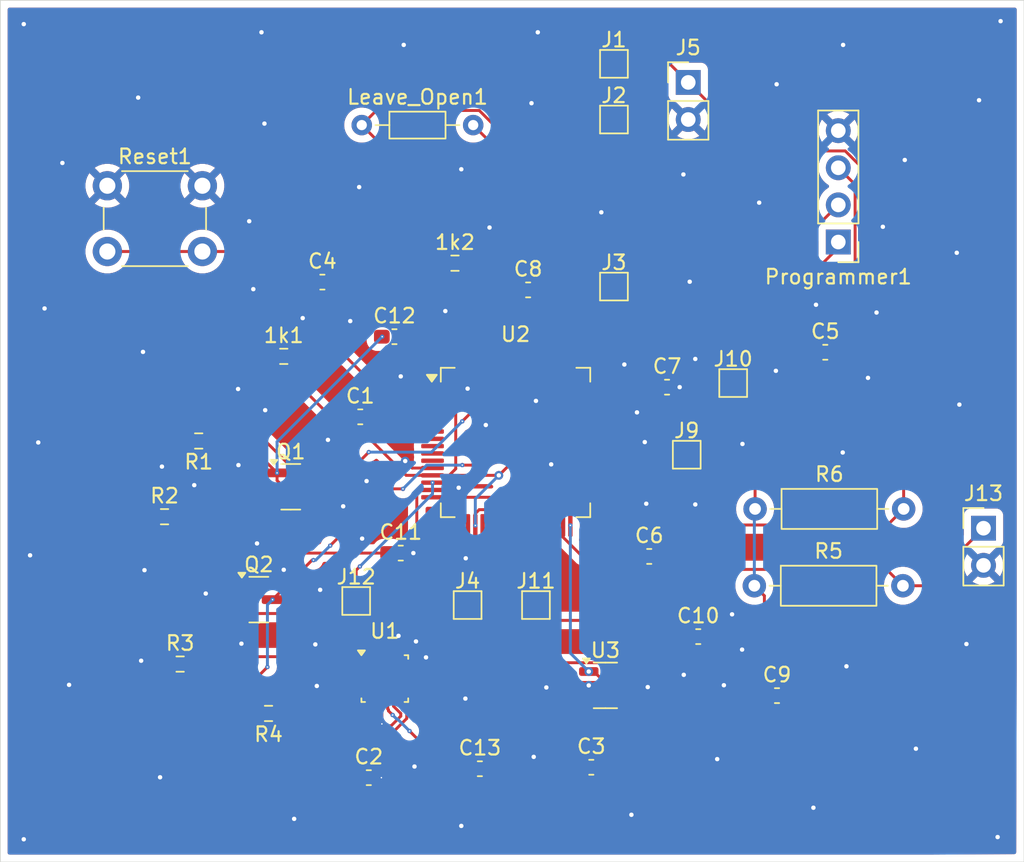
<source format=kicad_pcb>
(kicad_pcb (version 20241229) (generator "pcbnew") (generator_version "9.0")
  (layers (0 "F.Cu" signal) (2 "B.Cu" signal) (13 "F.Paste" user) (15 "B.Paste" user) (5 "F.SilkS" user "F.Silkscreen") (7 "B.SilkS" user "B.Silkscreen") (1 "F.Mask" user) (3 "B.Mask" user) (25 "Edge.Cuts" user))
  (net 0 "")
  (net 1 "Net-(U2-NRST)")
  (net 2 "VCC")
  (net 3 "GND")
  (net 4 "Net-(U2-BOOT0)")
  (net 5 "Net-(U2-VCAP_1)")
  (net 6 "Net-(U2-VCAP_2)")
  (net 7 "/VLDO_OUT")
  (net 8 "Net-(U1-REGOUT)")
  (net 9 "/ADC_FLEX1")
  (net 10 "/ADC_FSR1")
  (net 11 "/DEBUG_1")
  (net 12 "/DEBUG_2")
  (net 13 "/DEBUG_3")
  (net 14 "/DEBUG_4")
  (net 15 "/SWCLK")
  (net 16 "/SWDIO")
  (net 17 "/SDA")
  (net 18 "/SDA_1.8V")
  (net 19 "/SCL_1.8V")
  (net 20 "/SCL")
  (footprint "Capacitor_SMD:C_0603_1608Metric_Pad1.08x0.95mm_HandSolder" (layer "F.Cu") (at 166.0906 120.6246)
    (property "Reference" "C13")
    (property "Value" "0.1uF")
  )
  (footprint "Capacitor_SMD:C_0603_1608Metric_Pad1.08x0.95mm_HandSolder" (layer "F.Cu") (at 160.2486 91.059)
    (property "Reference" "C12")
    (property "Value" "0.1uF")
  )
  (footprint "TestPoint:TestPoint_Pad_1.5x1.5mm" (layer "F.Cu") (at 180.2384 99.1362)
    (property "Reference" "J9")
    (property "Value" "Conn_01x01")
  )
  (footprint "Resistor_THT:R_Axial_DIN0207_L6.3mm_D2.5mm_P10.16mm_Horizontal" (layer "F.Cu") (at 184.912 102.8446)
    (property "Reference" "R6")
    (property "Value" "22k")
  )
  (footprint "Resistor_SMD:R_0603_1608Metric_Pad0.98x0.95mm_HandSolder" (layer "F.Cu") (at 146.8628 98.1964 180)
    (property "Reference" "R1")
    (property "Value" "4.7k")
  )
  (footprint "Connector_PinHeader_2.54mm:PinHeader_1x04_P2.54mm_Vertical" (layer "F.Cu") (at 190.6016 84.582 180)
    (property "Reference" "Programmer1")
    (property "Value" "Conn_01x04" (hide yes))
  )
  (footprint "Capacitor_SMD:C_0603_1608Metric_Pad1.08x0.95mm_HandSolder" (layer "F.Cu") (at 186.4106 115.6208)
    (property "Reference" "C9")
    (property "Value" "1 uF")
  )
  (footprint "Package_TO_SOT_SMD:SOT-23-5" (layer "F.Cu") (at 174.6758 114.9209)
    (property "Reference" "U3")
    (property "Value" "TLV70018_SOT23-5")
  )
  (footprint "Connector_PinHeader_2.54mm:PinHeader_1x02_P2.54mm_Vertical" (layer "F.Cu") (at 200.533 104.1654)
    (property "Reference" "J13")
    (property "Value" "Conn_01x02_Socket" (hide yes))
  )
  (footprint "Sensor_Motion:InvenSense_QFN-24_3x3mm_P0.4mm" (layer "F.Cu") (at 159.5896 114.4556)
    (property "Reference" "U1")
    (property "Value" "ICM-20948")
  )
  (footprint "Resistor_SMD:R_0603_1608Metric_Pad0.98x0.95mm_HandSolder" (layer "F.Cu") (at 151.638 116.84 180)
    (property "Reference" "R4")
    (property "Value" "4.7k")
  )
  (footprint "TestPoint:TestPoint_Pad_1.5x1.5mm" (layer "F.Cu") (at 175.26 72.39)
    (property "Reference" "J1")
    (property "Value" "FLEX pin1")
  )
  (footprint "Button_Switch_THT:SW_PUSH_6mm_H4.3mm" (layer "F.Cu") (at 140.6156 80.7318)
    (property "Reference" "Reset1")
    (property "Value" "SW_Push")
  )
  (footprint "Capacitor_SMD:C_0603_1608Metric_Pad1.08x0.95mm_HandSolder" (layer "F.Cu") (at 178.8922 94.5134)
    (property "Reference" "C7")
    (property "Value" "C")
  )
  (footprint "Capacitor_SMD:C_0603_1608Metric_Pad1.08x0.95mm_HandSolder" (layer "F.Cu") (at 169.3915 87.8586)
    (property "Reference" "C8")
    (property "Value" "C")
  )
  (footprint "Package_TO_SOT_SMD:SOT-23" (layer "F.Cu") (at 150.9753 109.0524)
    (property "Reference" "Q2")
    (property "Value" "BSS138")
  )
  (footprint "TestPoint:TestPoint_Pad_1.5x1.5mm" (layer "F.Cu") (at 183.4134 94.234)
    (property "Reference" "J10")
    (property "Value" "Conn_01x01")
  )
  (footprint "Connector_PinHeader_2.54mm:PinHeader_1x02_P2.54mm_Vertical" (layer "F.Cu") (at 180.34 73.66)
    (property "Reference" "J5")
    (property "Value" "Conn_01x02_Socket")
  )
  (footprint "Resistor_SMD:R_0603_1608Metric_Pad0.98x0.95mm_HandSolder" (layer "F.Cu") (at 144.526 103.378)
    (property "Reference" "R2")
    (property "Value" "4.7k")
  )
  (footprint "Resistor_SMD:R_0603_1608Metric_Pad0.98x0.95mm_HandSolder" (layer "F.Cu") (at 152.6794 92.4052)
    (property "Reference" "1k1")
    (property "Value" "R")
  )
  (footprint "Resistor_SMD:R_0603_1608Metric_Pad0.98x0.95mm_HandSolder" (layer "F.Cu") (at 164.3888 86.0298)
    (property "Reference" "1k2")
    (property "Value" "R")
  )
  (footprint "Resistor_SMD:R_0603_1608Metric_Pad0.98x0.95mm_HandSolder" (layer "F.Cu") (at 145.5928 113.4618)
    (property "Reference" "R3")
    (property "Value" "4.7k")
  )
  (footprint "Capacitor_SMD:C_0603_1608Metric_Pad1.08x0.95mm_HandSolder" (layer "F.Cu") (at 173.7106 120.523)
    (property "Reference" "C3")
    (property "Value" "C")
  )
  (footprint "Resistor_THT:R_Axial_DIN0204_L3.6mm_D1.6mm_P7.62mm_Horizontal" (layer "F.Cu") (at 158.0134 76.581)
    (property "Reference" "Leave_Open1")
    (property "Value" "R")
  )
  (footprint "Package_QFP:LQFP-64_10x10mm_P0.5mm" (layer "F.Cu") (at 168.529 98.298)
    (property "Reference" "U2")
    (property "Value" "STM32F405RGTx")
  )
  (footprint "Capacitor_SMD:C_0603_1608Metric_Pad1.08x0.95mm_HandSolder" (layer "F.Cu") (at 177.673 106.0958)
    (property "Reference" "C6")
    (property "Value" "C")
  )
  (footprint "Capacitor_SMD:C_0603_1608Metric_Pad1.08x0.95mm_HandSolder" (layer "F.Cu") (at 160.6804 105.8672)
    (property "Reference" "C11")
    (property "Value" "0.1uF")
  )
  (footprint "Capacitor_SMD:C_0603_1608Metric_Pad1.08x0.95mm_HandSolder" (layer "F.Cu") (at 189.7126 92.1258)
    (property "Reference" "C5")
    (property "Value" "C")
  )
  (footprint "Package_TO_SOT_SMD:SOT-23" (layer "F.Cu") (at 153.1597 101.3308)
    (property "Reference" "Q1")
    (property "Value" "BSS138")
  )
  (footprint "Capacitor_SMD:C_0603_1608Metric_Pad1.08x0.95mm_HandSolder" (layer "F.Cu") (at 158.4949 121.2342)
    (property "Reference" "C2")
    (property "Value" "C")
  )
  (footprint "TestPoint:TestPoint_Pad_1.5x1.5mm" (layer "F.Cu") (at 169.926 109.4232)
    (property "Reference" "J11")
    (property "Value" "Conn_01x01")
  )
  (footprint "TestPoint:TestPoint_Pad_1.5x1.5mm" (layer "F.Cu") (at 165.2524 109.4232)
    (property "Reference" "J4")
    (property "Value" "FSR pin1")
  )
  (footprint "Resistor_THT:R_Axial_DIN0207_L6.3mm_D2.5mm_P10.16mm_Horizontal" (layer "F.Cu") (at 184.8612 108.1024)
    (property "Reference" "R5")
    (property "Value" "47k")
  )
  (footprint "TestPoint:TestPoint_Pad_1.5x1.5mm" (layer "F.Cu") (at 175.26 87.63)
    (property "Reference" "J3")
    (property "Value" "FSR pin2")
  )
  (footprint "Capacitor_SMD:C_0603_1608Metric_Pad1.08x0.95mm_HandSolder" (layer "F.Cu") (at 157.9107 96.5454)
    (property "Reference" "C1")
    (property "Value" "C")
  )
  (footprint "TestPoint:TestPoint_Pad_1.5x1.5mm" (layer "F.Cu") (at 157.6324 109.1438)
    (property "Reference" "J12")
    (property "Value" "Conn_01x01")
  )
  (footprint "Capacitor_SMD:C_0603_1608Metric_Pad1.08x0.95mm_HandSolder" (layer "F.Cu") (at 181.0247 111.5822)
    (property "Reference" "C10")
    (property "Value" "1 uF")
  )
  (footprint "TestPoint:TestPoint_Pad_1.5x1.5mm" (layer "F.Cu") (at 175.26 76.2)
    (property "Reference" "J2")
    (property "Value" "FLEX pin2")
  )
  (footprint "Capacitor_SMD:C_0603_1608Metric_Pad1.08x0.95mm_HandSolder" (layer "F.Cu") (at 155.321 87.3252)
    (property "Reference" "C4")
    (property "Value" "C")
  )
  (gr_rect (start 133.2992 68.0466) (end 203.3016 127) (stroke (width 0.05)) (fill no) (layer "Edge.Cuts"))
  (segment (start 155.297 90.7001) (end 155.297 86.858066) (width 0.2) (layer "F.Cu") (net 1))
  (segment (start 155.297 86.858066) (end 153.670734 85.2318) (width 0.2) (layer "F.Cu") (net 1))
  (segment (start 153.670734 85.2318) (end 147.1156 85.2318) (width 0.2) (layer "F.Cu") (net 1))
  (segment (start 162.045176 97.548) (end 156.902376 92.4052) (width 0.2) (layer "F.Cu") (net 1))
  (segment (start 162.854 97.548) (end 162.045176 97.548) (width 0.2) (layer "F.Cu") (net 1))
  (segment (start 153.5919 92.4052) (end 155.297 90.7001) (width 0.2) (layer "F.Cu") (net 1))
  (segment (start 156.902376 92.4052) (end 153.5919 92.4052) (width 0.2) (layer "F.Cu") (net 1))
  (segment (start 147.1156 85.2318) (end 140.6156 85.2318) (width 0.2) (layer "F.Cu") (net 1))
  (segment (start 162.854 94.548) (end 164.779 92.623) (width 0.2) (layer "F.Cu") (net 2))
  (segment (start 164.4396 95.3262) (end 163.6614 94.548) (width 0.2) (layer "F.Cu") (net 2))
  (segment (start 171.3609 122.0102) (end 172.8481 120.523) (width 0.2) (layer "F.Cu") (net 2))
  (segment (start 162.854 100.548) (end 163.993 100.548) (width 0.2) (layer "F.Cu") (net 2))
  (segment (start 155.9071 96.5454) (end 151.7669 92.4052) (width 0.2) (layer "F.Cu") (net 2))
  (segment (start 166.046176 102.897) (end 165.779 103.164176) (width 0.2) (layer "F.Cu") (net 2))
  (segment (start 184.912 100.6094) (end 188.8501 96.6713) (width 0.2) (layer "F.Cu") (net 2))
  (segment (start 163.993 100.548) (end 164.4396 100.1014) (width 0.2) (layer "F.Cu") (net 2))
  (segment (start 157.0482 96.5454) (end 155.9071 96.5454) (width 0.2) (layer "F.Cu") (net 2))
  (segment (start 157.0482 96.5454) (end 161.0508 100.548) (width 0.2) (layer "F.Cu") (net 2))
  (segment (start 173.892768 113.9709) (end 174.5018 114.579932) (width 0.2) (layer "F.Cu") (net 2))
  (segment (start 161.0508 100.548) (end 162.854 100.548) (width 0.2) (layer "F.Cu") (net 2))
  (segment (start 185.5481 115.6208) (end 185.5481 108.7893) (width 0.2) (layer "F.Cu") (net 2))
  (segment (start 157.6324 121.2342) (end 158.4084 122.0102) (width 0.2) (layer "F.Cu") (net 2))
  (segment (start 174.1393 116.4719) (end 184.697 116.4719) (width 0.2) (layer "F.Cu") (net 2))
  (segment (start 191.7526 89.2233) (end 191.7526 80.653001) (width 0.2) (layer "F.Cu") (net 2))
  (segment (start 167.395176 100.548) (end 167.386 100.548) (width 0.2) (layer "F.Cu") (net 2))
  (segment (start 153.2382 116.84) (end 157.6324 121.2342) (width 0.2) (layer "F.Cu") (net 2))
  (segment (start 172.279 103.164176) (end 172.011824 102.897) (width 0.2) (layer "F.Cu") (net 2))
  (segment (start 174.204 94.548) (end 173.395176 94.548) (width 0.2) (layer "F.Cu") (net 2))
  (segment (start 164.779 92.623) (end 164.779 91.6086) (width 0.2) (layer "F.Cu") (net 2))
  (segment (start 151.7669 90.0168) (end 154.4585 87.3252) (width 0.2) (layer "F.Cu") (net 2))
  (segment (start 168.529 87.8586) (end 168.529 79.4766) (width 0.2) (layer "F.Cu") (net 2))
  (segment (start 185.5481 108.7893) (end 184.8612 108.1024) (width 0.2) (layer "F.Cu") (net 2))
  (segment (start 172.279 103.973) (end 172.279 103.164176) (width 0.2) (layer "F.Cu") (net 2))
  (segment (start 152.5505 116.84) (end 153.2382 116.84) (width 0.2) (layer "F.Cu") (net 2))
  (segment (start 184.697 116.4719) (end 185.5481 115.6208) (width 0.2) (layer "F.Cu") (net 2))
  (segment (start 184.912 102.8446) (end 184.912 100.6094) (width 0.2) (layer "F.Cu") (net 2))
  (segment (start 164.4396 100.1014) (end 164.4396 95.3262) (width 0.2) (layer "F.Cu") (net 2))
  (segment (start 149.3012 92.4052) (end 143.6135 98.0929) (width 0.2) (layer "F.Cu") (net 2))
  (segment (start 143.6135 98.0929) (end 143.6135 103.378) (width 0.2) (layer "F.Cu") (net 2))
  (segment (start 164.779 91.6086) (end 168.529 87.8586) (width 0.2) (layer "F.Cu") (net 2))
  (segment (start 172.011824 102.897) (end 166.046176 102.897) (width 0.2) (layer "F.Cu") (net 2))
  (segment (start 174.200799 115.8709) (end 173.5383 115.8709) (width 0.2) (layer "F.Cu") (net 2))
  (segment (start 174.5018 115.569899) (end 174.200799 115.8709) (width 0.2) (layer "F.Cu") (net 2))
  (segment (start 173.5383 113.9709) (end 173.892768 113.9709) (width 0.2) (layer "F.Cu") (net 2))
  (segment (start 172.8481 116.5611) (end 173.5383 115.8709) (width 0.2) (layer "F.Cu") (net 2))
  (segment (start 168.529 79.4766) (end 165.6334 76.581) (width 0.2) (layer "F.Cu") (net 2))
  (segment (start 174.5018 114.579932) (end 174.5018 115.569899) (width 0.2) (layer "F.Cu") (net 2))
  (segment (start 167.386 100.548) (end 162.854 100.548) (width 0.2) (layer "F.Cu") (net 2))
  (segment (start 151.7669 92.4052) (end 149.3012 92.4052) (width 0.2) (layer "F.Cu") (net 2))
  (segment (start 188.8501 96.6713) (end 188.8501 92.1258) (width 0.2) (layer "F.Cu") (net 2))
  (segment (start 188.8501 92.1258) (end 191.7526 89.2233) (width 0.2) (layer "F.Cu") (net 2))
  (segment (start 158.4084 122.0102) (end 171.3609 122.0102) (width 0.2) (layer "F.Cu") (net 2))
  (segment (start 173.395176 94.548) (end 167.395176 100.548) (width 0.2) (layer "F.Cu") (net 2))
  (segment (start 163.6614 94.548) (end 162.854 94.548) (width 0.2) (layer "F.Cu") (net 2))
  (segment (start 151.7669 92.4052) (end 151.7669 90.0168) (width 0.2) (layer "F.Cu") (net 2))
  (segment (start 165.779 103.164176) (end 165.779 103.973) (width 0.2) (layer "F.Cu") (net 2))
  (segment (start 173.5383 115.8709) (end 174.1393 116.4719) (width 0.2) (layer "F.Cu") (net 2))
  (segment (start 191.7526 80.653001) (end 190.6016 79.502001) (width 0.2) (layer "F.Cu") (net 2))
  (segment (start 172.8481 120.523) (end 172.8481 116.5611) (width 0.2) (layer "F.Cu") (net 2))
  (via (at 173.5383 113.9709) (size 0.6) (drill 0.3) (layers "F.Cu" "B.Cu") (net 2))
  (via micro (at 172.279 103.973) (size 0.3) (drill 0.1) (layers "F.Cu" "B.Cu") (net 2))
  (via micro (at 165.779 103.973) (size 0.3) (drill 0.1) (layers "F.Cu" "B.Cu") (net 2))
  (via (at 167.386 100.548) (size 0.6) (drill 0.3) (layers "F.Cu" "B.Cu") (net 2))
  (segment (start 172.279 112.7116) (end 172.279 103.973) (width 0.2) (layer "B.Cu") (net 2))
  (segment (start 167.386 100.548) (end 165.779 102.155) (width 0.2) (layer "B.Cu") (net 2))
  (segment (start 184.8612 102.8954) (end 184.912 102.8446) (width 0.2) (layer "B.Cu") (net 2))
  (segment (start 184.8612 108.1024) (end 184.8612 102.8954) (width 0.2) (layer "B.Cu") (net 2))
  (segment (start 165.779 102.155) (end 165.779 103.973) (width 0.2) (layer "B.Cu") (net 2))
  (segment (start 173.5383 113.9709) (end 172.279 112.7116) (width 0.2) (layer "B.Cu") (net 2))
  (segment (start 161.0896 112.682826) (end 160.786374 112.3796) (width 0.2) (layer "F.Cu") (net 3))
  (segment (start 160.1896 116.3492) (end 160.6804 116.84) (width 0.2) (layer "F.Cu") (net 3))
  (segment (start 160.1896 115.9556) (end 160.1896 116.3492) (width 0.2) (layer "F.Cu") (net 3))
  (segment (start 159.3896 117.5558) (end 159.3896 115.9556) (width 0.2) (layer "F.Cu") (net 3))
  (segment (start 162.854 100.048) (end 161.4652 100.048) (width 0.2) (layer "F.Cu") (net 3))
  (segment (start 165.279 106.0692) (end 165.1254 106.2228) (width 0.2) (layer "F.Cu") (net 3))
  (segment (start 159.51528 117.68148) (end 159.3896 117.5558) (width 0.2) (layer "F.Cu") (net 3))
  (segment (start 161.0896 113.4556) (end 161.0896 112.682826) (width 0.2) (layer "F.Cu") (net 3))
  (segment (start 160.1896 112.582826) (end 160.1896 112.9556) (width 0.2) (layer "F.Cu") (net 3))
  (segment (start 160.6804 116.84) (end 160.6804 117.027491) (width 0.2) (layer "F.Cu") (net 3))
  (segment (start 161.9566 113.4556) (end 162.4076 113.0046) (width 0.2) (layer "F.Cu") (net 3))
  (segment (start 161.0896 113.4556) (end 161.9566 113.4556) (width 0.2) (layer "F.Cu") (net 3))
  (segment (start 165.279 103.973) (end 165.279 106.0692) (width 0.2) (layer "F.Cu") (net 3))
  (segment (start 161.4652 100.048) (end 160.9852 99.568) (width 0.2) (layer "F.Cu") (net 3))
  (segment (start 165.279 94.5884) (end 165.2524 94.615) (width 0.2) (layer "F.Cu") (net 3))
  (segment (start 165.279 92.623) (end 165.279 94.5884) (width 0.2) (layer "F.Cu") (net 3))
  (segment (start 160.1896 112.2683) (end 160.528 111.9299) (width 0.2) (layer "F.Cu") (net 3))
  (segment (start 160.528 111.9299) (end 160.528 111.5314) (width 0.2) (layer "F.Cu") (net 3))
  (segment (start 160.6804 117.027491) (end 160.026411 117.68148) (width 0.2) (layer "F.Cu") (net 3))
  (segment (start 160.392826 112.3796) (end 160.1896 112.582826) (width 0.2) (layer "F.Cu") (net 3))
  (segment (start 160.786374 112.3796) (end 160.392826 112.3796) (width 0.2) (layer "F.Cu") (net 3))
  (segment (start 160.026411 117.68148) (end 159.51528 117.68148) (width 0.2) (layer "F.Cu") (net 3))
  (segment (start 160.1896 112.9556) (end 160.1896 112.2683) (width 0.2) (layer "F.Cu") (net 3))
  (via (at 170.6372 115.062) (size 0.6) (drill 0.3) (layers "F.Cu" "B.Cu") (net 3))
  (via (at 199.3646 112.0902) (size 0.6) (drill 0.3) (layers "F.Cu" "B.Cu") (net 3))
  (via (at 161.6202 120.4722) (size 0.6) (drill 0.3) (layers "F.Cu" "B.Cu") (net 3))
  (via (at 153.3906 124.0536) (size 0.6) (drill 0.3) (layers "F.Cu" "B.Cu") (net 3))
  (via (at 160.6804 93.7768) (size 0.6) (drill 0.3) (layers "F.Cu" "B.Cu") (net 3))
  (via (at 136.3218 89.1286) (size 0.6) (drill 0.3) (layers "F.Cu" "B.Cu") (net 3))
  (via (at 198.882 95.7072) (size 0.6) (drill 0.3) (layers "F.Cu" "B.Cu") (net 3))
  (via (at 192.6336 93.8784) (size 0.6) (drill 0.3) (layers "F.Cu" "B.Cu") (net 3))
  (via (at 134.8994 69.6722) (size 0.6) (drill 0.3) (layers "F.Cu" "B.Cu") (net 3))
  (via (at 153.9748 89.789) (size 0.6) (drill 0.3) (layers "F.Cu" "B.Cu") (net 3))
  (via (at 150.5966 87.8078) (size 0.6) (drill 0.3) (layers "F.Cu" "B.Cu") (net 3))
  (via (at 157.226 89.9922) (size 0.6) (drill 0.3) (layers "F.Cu" "B.Cu") (net 3))
  (via (at 164.8206 79.6036) (size 0.6) (drill 0.3) (layers "F.Cu" "B.Cu") (net 3))
  (via (at 134.8994 125.4506) (size 0.6) (drill 0.3) (layers "F.Cu" "B.Cu") (net 3))
  (via (at 155.702 98.1202) (size 0.6) (drill 0.3) (layers "F.Cu" "B.Cu") (net 3))
  (via (at 175.9712 92.964) (size 0.6) (drill 0.3) (layers "F.Cu" "B.Cu") (net 3))
  (via (at 162.4076 113.0046) (size 0.6) (drill 0.3) (layers "F.Cu" "B.Cu") (net 3))
  (via (at 152.6794 107.0102) (size 0.6) (drill 0.3) (layers "F.Cu" "B.Cu") (net 3))
  (via (at 157.8356 80.8228) (size 0.6) (drill 0.3) (layers "F.Cu" "B.Cu") (net 3))
  (via (at 151.3586 76.4794) (size 0.6) (drill 0.3) (layers "F.Cu" "B.Cu") (net 3))
  (via (at 166.497 97.1042) (size 0.6) (drill 0.3) (layers "F.Cu" "B.Cu") (net 3))
  (via (at 186.3852 73.787) (size 0.6) (drill 0.3) (layers "F.Cu" "B.Cu") (net 3))
  (via (at 177.5714 115.0366) (size 0.6) (drill 0.3) (layers "F.Cu" "B.Cu") (net 3))
  (via (at 198.7042 85.3186) (size 0.6) (drill 0.3) (layers "F.Cu" "B.Cu") (net 3))
  (via (at 160.8836 71.0946) (size 0.6) (drill 0.3) (layers "F.Cu" "B.Cu") (net 3))
  (via (at 149.5806 99.8474) (size 0.6) (drill 0.3) (layers "F.Cu" "B.Cu") (net 3))
  (via (at 184.0484 98.3996) (size 0.6) (drill 0.3) (layers "F.Cu" "B.Cu") (net 3))
  (via (at 193.2178 89.408) (size 0.6) (drill 0.3) (layers "F.Cu" "B.Cu") (net 3))
  (via (at 180.4416 87.2998) (size 0.6) (drill 0.3) (layers "F.Cu" "B.Cu") (net 3))
  (via (at 180.8226 92.583) (size 0.6) (drill 0.3) (layers "F.Cu" "B.Cu") (net 3))
  (via (at 163.7284 89.3064) (size 0.6) (drill 0.3) (layers "F.Cu" "B.Cu") (net 3))
  (via (at 177.4698 102.489) (size 0.6) (drill 0.3) (layers "F.Cu" "B.Cu") (net 3))
  (via (at 150.8506 105.2068) (size 0.6) (drill 0.3) (layers "F.Cu" "B.Cu") (net 3))
  (via (at 151.4094 96.0882) (size 0.6) (drill 0.3) (layers "F.Cu" "B.Cu") (net 3))
  (via (at 195.9102 119.253) (size 0.6) (drill 0.3) (layers "F.Cu" "B.Cu") (net 3))
  (via (at 143.1544 107.0356) (size 0.6) (drill 0.3) (layers "F.Cu" "B.Cu") (net 3))
  (via (at 176.8348 96.2406) (size 0.6) (drill 0.3) (layers "F.Cu" "B.Cu") (net 3))
  (via (at 156.7434 102.6668) (size 0.6) (drill 0.3) (layers "F.Cu" "B.Cu") (net 3))
  (via (at 174.3964 82.55) (size 0.6) (drill 0.3) (layers "F.Cu" "B.Cu") (net 3))
  (via (at 161.5429 105.8672) (size 0.6) (drill 0.3) (layers "F.Cu" "B.Cu") (net 3))
  (via (at 161.7218 111.9124) (size 0.6) (drill 0.3) (layers "F.Cu" "B.Cu") (net 3))
  (via (at 135.3312 106.0196) (size 0.6) (drill 0.3) (layers "F.Cu" "B.Cu") (net 3))
  (via (at 151.1554 70.231) (size 0.6) (drill 0.3) (layers "F.Cu" "B.Cu") (net 3))
  (via (at 186.3344 93.3958) (size 0.6) (drill 0.3) (layers "F.Cu" "B.Cu") (net 3))
  (via (at 176.4538 123.7742) (size 0.6) (drill 0.3) (layers "F.Cu" "B.Cu") (net 3))
  (via (at 195.1482 78.9686) (size 0.6) (drill 0.3) (layers "F.Cu" "B.Cu") (net 3))
  (via (at 146.558 101.219) (size 0.6) (drill 0.3) (layers "F.Cu" "B.Cu") (net 3))
  (via (at 143.0528 92.1004) (size 0.6) (drill 0.3) (layers "F.Cu" "B.Cu") (net 3))
  (via (at 155.1686 108.3818) (size 0.6) (drill 0.3) (layers "F.Cu" "B.Cu") (net 3))
  (via (at 164.6428 101.3968) (size 0.6) (drill 0.3) (layers "F.Cu" "B.Cu") (net 3))
  (via (at 200.2282 74.8792) (size 0.6) (drill 0.3) (layers "F.Cu" "B.Cu") (net 3))
  (via (at 149.5552 94.6404) (size 0.6) (drill 0.3) (layers "F.Cu" "B.Cu") (net 3))
  (via micro (at 159.3896 117.5558) (size 0.3) (drill 0.1) (layers "F.Cu" "B.Cu") (net 3))
  (via (at 180.8226 102.5398) (size 0.6) (drill 0.3) (layers "F.Cu" "B.Cu") (net 3))
  (via (at 158.3436 100.9396) (size 0.6) (drill 0.3) (layers "F.Cu" "B.Cu") (net 3))
  (via (at 190.9318 71.0946) (size 0.6) (drill 0.3) (layers "F.Cu" "B.Cu") (net 3))
  (via (at 190.9064 98.9838) (size 0.6) (drill 0.3) (layers "F.Cu" "B.Cu") (net 3))
  (via (at 189.0776 88.8746) (size 0.6) (drill 0.3) (layers "F.Cu" "B.Cu") (net 3))
  (via (at 182.3212 119.9642) (size 0.6) (drill 0.3) (layers "F.Cu" "B.Cu") (net 3))
  (via (at 165.1 115.824) (size 0.6) (drill 0.3) (layers "F.Cu" "B.Cu") (net 3))
  (via (at 154.94 114.9604) (size 0.6) (drill 0.3) (layers "F.Cu" "B.Cu") (net 3))
  (via (at 170.9674 99.7966) (size 0.6) (drill 0.3) (layers "F.Cu" "B.Cu") (net 3))
  (via (at 166.751 83.5914) (size 0.6) (drill 0.3) (layers "F.Cu" "B.Cu") (net 3))
  (via (at 150.3172 83.1596) (size 0.6) (drill 0.3) (layers "F.Cu" "B.Cu") (net 3))
  (via (at 135.89 98.298) (size 0.6) (drill 0.3) (layers "F.Cu" "B.Cu") (net 3))
  (via (at 182.7784 114.9096) (size 0.6) (drill 0.3) (layers "F.Cu" "B.Cu") (net 3))
  (via (at 154.8384 112.1156) (size 0.6) (drill 0.3) (layers "F.Cu" "B.Cu") (net 3))
  (via (at 169.7736 119.8118) (size 0.6) (drill 0.3) (layers "F.Cu" "B.Cu") (net 3))
  (via (at 185.1914 81.8896) (size 0.6) (drill 0.3) (layers "F.Cu" "B.Cu") (net 3))
  (via (at 169.926 95.4532) (size 0.6) (drill 0.3) (layers "F.Cu" "B.Cu") (net 3))
  (via (at 164.8206 124.5362) (size 0.6) (drill 0.3) (layers "F.Cu" "B.Cu") (net 3))
  (via (at 173.5383 114.9209) (size 0.6) (drill 0.3) (layers "F.Cu" "B.Cu") (net 3))
  (via (at 165.1254 106.2228) (size 0.6) (drill 0.3) (layers "F.Cu" "B.Cu") (net 3))
  (via (at 177.3682 98.2726) (size 0.6) (drill 0.3) (layers "F.Cu" "B.Cu") (net 3))
  (via (at 144.2212 121.2088) (size 0.6) (drill 0.3) (layers "F.Cu" "B.Cu") (net 3))
  (via (at 142.9258 113.2332) (size 0.6) (drill 0.3) (layers "F.Cu" "B.Cu") (net 3))
  (via (at 144.3482 99.949) (size 0.6) (drill 0.3) (layers "F.Cu" "B.Cu") (net 3))
  (via (at 188.8998 123.2916) (size 0.6) (drill 0.3) (layers "F.Cu" "B.Cu") (net 3))
  (via (at 201.7014 69.469) (size 0.6) (drill 0.3) (layers "F.Cu" "B.Cu") (net 3))
  (via (at 180.0352 114.1984) (size 0.6) (drill 0.3) (layers "F.Cu" "B.Cu") (net 3))
  (via (at 137.9982 114.8842) (size 0.6) (drill 0.3) (layers "F.Cu" "B.Cu") (net 3))
  (via (at 142.7226 74.7014) (size 0.6) (drill 0.3) (layers "F.Cu" "B.Cu") (net 3))
  (via (at 201.4982 125.2982) (size 0.6) (drill 0.3) (layers "F.Cu" "B.Cu") (net 3))
  (via (at 160.528 111.5314) (size 0.6) (drill 0.3) (layers "F.Cu" "B.Cu") (net 3))
  (via (at 149.7838 112.0648) (size 0.6) (drill 0.3) (layers "F.Cu" "B.Cu") (net 3))
  (via (at 165.2524 94.615) (size 0.6) (drill 0.3) (layers "F.Cu" "B.Cu") (net 3))
  (via (at 147.3454 108.6358) (size 0.6) (drill 0.3) (layers "F.Cu" "B.Cu") (net 3))
  (via (at 183.3372 110.0582) (size 0.6) (drill 0.3) (layers "F.Cu" "B.Cu") (net 3))
  (via (at 137.541 79.1718) (size 0.6) (drill 0.3) (layers "F.Cu" "B.Cu") (net 3))
  (via (at 170.053 70.231) (size 0.6) (drill 0.3) (layers "F.Cu" "B.Cu") (net 3))
  (via (at 193.6496 83.5406) (size 0.6) (drill 0.3) (layers "F.Cu" "B.Cu") (net 3))
  (via (at 179.7547 94.5134) (size 0.6) (drill 0.3) (layers "F.Cu" "B.Cu") (net 3))
  (via (at 191.1604 113.6142) (size 0.6) (drill 0.3) (layers "F.Cu" "B.Cu") (net 3))
  (via (at 184.023 112.4712) (size 0.6) (drill 0.3) (layers "F.Cu" "B.Cu") (net 3))
  (via (at 158.0388 104.8766) (size 0.6) (drill 0.3) (layers "F.Cu" "B.Cu") (net 3))
  (via (at 169.6212 75.0824) (size 0.6) (drill 0.3) (layers "F.Cu" "B.Cu") (net 3))
  (via micro (at 159.3574 121.2342) (size 0.3) (drill 0.1) (layers "F.Cu" "B.Cu") (net 3))
  (via (at 160.9852 99.568) (size 0.6) (drill 0.3) (layers "F.Cu" "B.Cu") (net 3))
  (via (at 180.0098 79.9592) (size 0.6) (drill 0.3) (layers "F.Cu" "B.Cu") (net 3))
  (segment (start 159.3896 117.5558) (end 157.5354 117.5558) (width 0.2) (layer "B.Cu") (net 3))
  (segment (start 159.3574 117.588) (end 159.3574 121.2342) (width 0.2) (layer "B.Cu") (net 3))
  (segment (start 159.3896 117.5558) (end 159.3574 117.588) (width 0.2) (layer "B.Cu") (net 3))
  (segment (start 157.5354 117.5558) (end 154.94 114.9604) (width 0.2) (layer "B.Cu") (net 3))
  (segment (start 163.4763 86.0298) (end 163.4763 82.0439) (width 0.2) (layer "F.Cu") (net 4))
  (segment (start 166.048028 75.58) (end 159.0144 75.58) (width 0.2) (layer "F.Cu") (net 4))
  (segment (start 159.0144 75.58) (end 158.0134 76.581) (width 0.2) (layer "F.Cu") (net 4))
  (segment (start 166.779 92.623) (end 166.779 90.962234) (width 0.2) (layer "F.Cu") (net 4))
  (segment (start 163.4763 82.0439) (end 158.0134 76.581) (width 0.2) (layer "F.Cu") (net 4))
  (segment (start 169.4155 78.947472) (end 166.048028 75.58) (width 0.2) (layer "F.Cu") (net 4))
  (segment (start 169.4155 88.325734) (end 169.4155 78.947472) (width 0.2) (layer "F.Cu") (net 4))
  (segment (start 166.779 90.962234) (end 169.4155 88.325734) (width 0.2) (layer "F.Cu") (net 4))
  (segment (start 173.092976 106.0958) (end 171.779 104.781824) (width 0.2) (layer "F.Cu") (net 5))
  (segment (start 171.779 104.781824) (end 171.779 103.973) (width 0.2) (layer "F.Cu") (net 5))
  (segment (start 176.8105 106.0958) (end 173.092976 106.0958) (width 0.2) (layer "F.Cu") (net 5))
  (segment (start 174.204 95.048) (end 177.4951 95.048) (width 0.2) (layer "F.Cu") (net 6))
  (segment (start 177.4951 95.048) (end 178.0297 94.5134) (width 0.2) (layer "F.Cu") (net 6))
  (segment (start 158.7754 117.579411) (end 159.280589 118.0846) (width 0.2) (layer "F.Cu") (net 7))
  (segment (start 152.273 105.8672) (end 150.0378 108.1024) (width 0.2) (layer "F.Cu") (net 7))
  (segment (start 161.6034 110.9304) (end 163.2204 112.5474) (width 0.2) (layer "F.Cu") (net 7))
  (segment (start 177.7735 113.9709) (end 180.1622 111.5822) (width 0.2) (layer "F.Cu") (net 7))
  (segment (start 147.7753 98.1964) (end 150.0378 98.1964) (width 0.2) (layer "F.Cu") (net 7))
  (segment (start 150.0378 108.1024) (end 153.2607 104.8795) (width 0.2) (layer "F.Cu") (net 7))
  (segment (start 159.3896 112.5012) (end 159.8179 112.0729) (width 0.2) (layer "F.Cu") (net 7))
  (segment (start 163.5663 113.3699) (end 175.2123 113.3699) (width 0.2) (layer "F.Cu") (net 7))
  (segment (start 159.280589 118.0846) (end 160.190391 118.0846) (width 0.2) (layer "F.Cu") (net 7))
  (segment (start 144.6803 113.4618) (end 144.6803 113.4599) (width 0.2) (layer "F.Cu") (net 7))
  (segment (start 152.2222 100.901332) (end 152.2222 100.3808) (width 0.2) (layer "F.Cu") (net 7))
  (segment (start 159.3861 91.059) (end 159.4104 91.059) (width 0.2) (layer "F.Cu") (net 7))
  (segment (start 175.8133 113.9709) (end 177.7735 113.9709) (width 0.2) (layer "F.Cu") (net 7))
  (segment (start 150.0378 98.1964) (end 152.2222 100.3808) (width 0.2) (layer "F.Cu") (net 7))
  (segment (start 160.190391 118.0846) (end 161.0896 117.185391) (width 0.2) (layer "F.Cu") (net 7))
  (segment (start 161.4806 115.4556) (end 163.2204 113.7158) (width 0.2) (layer "F.Cu") (net 7))
  (segment (start 158.9896 115.9556) (end 158.9896 116.3464) (width 0.2) (layer "F.Cu") (net 7))
  (segment (start 159.8179 112.0729) (end 159.8179 105.8672) (width 0.2) (layer "F.Cu") (net 7))
  (segment (start 163.2204 113.7158) (end 163.5663 113.3699) (width 0.2) (layer "F.Cu") (net 7))
  (segment (start 158.7754 116.5606) (end 158.7754 117.579411) (width 0.2) (layer "F.Cu") (net 7))
  (segment (start 158.9896 116.3464) (end 158.7754 116.5606) (width 0.2) (layer "F.Cu") (net 7))
  (segment (start 161.0896 115.4556) (end 161.4806 115.4556) (width 0.2) (layer "F.Cu") (net 7))
  (segment (start 161.0896 117.185391) (end 161.0896 115.4556) (width 0.2) (layer "F.Cu") (net 7))
  (segment (start 153.2607 101.939832) (end 152.2222 100.901332) (width 0.2) (layer "F.Cu") (net 7))
  (segment (start 159.3896 112.9556) (end 159.3896 112.5012) (width 0.2) (layer "F.Cu") (net 7))
  (segment (start 159.8179 112.0729) (end 159.8179 111.391557) (width 0.2) (layer "F.Cu") (net 7))
  (segment (start 144.6803 113.4599) (end 150.0378 108.1024) (width 0.2) (layer "F.Cu") (net 7))
  (segment (start 160.279057 110.9304) (end 161.6034 110.9304) (width 0.2) (layer "F.Cu") (net 7))
  (segment (start 163.2204 112.5474) (end 163.2204 113.7158) (width 0.2) (layer "F.Cu") (net 7))
  (segment (start 159.8179 105.8672) (end 152.273 105.8672) (width 0.2) (layer "F.Cu") (net 7))
  (segment (start 153.2607 104.8795) (end 153.2607 101.939832) (width 0.2) (layer "F.Cu") (net 7))
  (segment (start 159.8179 111.391557) (end 160.279057 110.9304) (width 0.2) (layer "F.Cu") (net 7))
  (segment (start 175.8133 113.9709) (end 175.2123 113.3699) (width 0.2) (layer "F.Cu") (net 7))
  (via micro (at 152.2222 100.3808) (size 0.3) (drill 0.1) (layers "F.Cu" "B.Cu") (net 7))
  (via micro (at 159.4104 91.059) (size 0.3) (drill 0.1) (layers "F.Cu" "B.Cu") (net 7))
  (segment (start 152.2222 98.2472) (end 152.2222 100.3808) (width 0.2) (layer "B.Cu") (net 7))
  (segment (start 159.4104 91.059) (end 152.2222 98.2472) (width 0.2) (layer "B.Cu") (net 7))
  (segment (start 159.7896 116.5334) (end 159.7896 115.9556) (width 0.2) (layer "F.Cu") (net 8))
  (segment (start 160.124447 116.947047) (end 159.8396 116.6622) (width 0.2) (layer "F.Cu") (net 8))
  (segment (start 159.8396 116.6622) (end 159.8396 116.5834) (width 0.2) (layer "F.Cu") (net 8))
  (segment (start 163.8626 120.6246) (end 165.2281 120.6246) (width 0.2) (layer "F.Cu") (net 8))
  (segment (start 159.8396 116.5834) (end 159.7896 116.5334) (width 0.2) (layer "F.Cu") (net 8))
  (segment (start 161.2809 118.0429) (end 163.8626 120.6246) (width 0.2) (layer "F.Cu") (net 8))
  (via micro (at 161.2809 118.0429) (size 0.3) (drill 0.1) (layers "F.Cu" "B.Cu") (net 8))
  (via micro (at 160.124447 116.947047) (size 0.3) (drill 0.1) (layers "F.Cu" "B.Cu") (net 8))
  (segment (start 160.40788 117.23048) (end 160.46848 117.23048) (width 0.2) (layer "B.Cu") (net 8))
  (segment (start 160.124447 116.947047) (end 160.40788 117.23048) (width 0.2) (layer "B.Cu") (net 8))
  (segment (start 160.46848 117.23048) (end 161.2809 118.0429) (width 0.2) (layer "B.Cu") (net 8))
  (segment (start 174.4814 103.9456) (end 172.5838 102.048) (width 0.2) (layer "F.Cu") (net 9))
  (segment (start 195.072 82.344641) (end 195.072 102.8446) (width 0.2) (layer "F.Cu") (net 9))
  (segment (start 191.07836 78.351001) (end 195.072 82.344641) (width 0.2) (layer "F.Cu") (net 9))
  (segment (start 180.34 73.66) (end 185.031001 78.351001) (width 0.2) (layer "F.Cu") (net 9))
  (segment (start 175.26 72.39) (end 179.07 72.39) (width 0.2) (layer "F.Cu") (net 9))
  (segment (start 172.5838 102.048) (end 162.854 102.048) (width 0.2) (layer "F.Cu") (net 9))
  (segment (start 193.971 103.9456) (end 174.4814 103.9456) (width 0.2) (layer "F.Cu") (net 9))
  (segment (start 195.072 102.8446) (end 193.971 103.9456) (width 0.2) (layer "F.Cu") (net 9))
  (segment (start 179.07 72.39) (end 180.34 73.66) (width 0.2) (layer "F.Cu") (net 9))
  (segment (start 185.031001 78.351001) (end 191.07836 78.351001) (width 0.2) (layer "F.Cu") (net 9))
  (segment (start 161.778 104.796666) (end 161.778 101.815176) (width 0.2) (layer "F.Cu") (net 10))
  (segment (start 161.778 101.815176) (end 162.045176 101.548) (width 0.2) (layer "F.Cu") (net 10))
  (segment (start 166.3034 110.4742) (end 165.2524 109.4232) (width 0.2) (layer "F.Cu") (net 10))
  (segment (start 196.596 108.1024) (end 200.533 104.1654) (width 0.2) (layer "F.Cu") (net 10))
  (segment (start 195.0212 108.1024) (end 193.9036 106.9848) (width 0.2) (layer "F.Cu") (net 10))
  (segment (start 162.045176 101.548) (end 162.854 101.548) (width 0.2) (layer "F.Cu") (net 10))
  (segment (start 183.453966 106.9848) (end 179.964566 110.4742) (width 0.2) (layer "F.Cu") (net 10))
  (segment (start 165.2524 108.271066) (end 161.778 104.796666) (width 0.2) (layer "F.Cu") (net 10))
  (segment (start 193.9036 106.9848) (end 183.453966 106.9848) (width 0.2) (layer "F.Cu") (net 10))
  (segment (start 179.964566 110.4742) (end 166.3034 110.4742) (width 0.2) (layer "F.Cu") (net 10))
  (segment (start 195.0212 108.1024) (end 196.596 108.1024) (width 0.2) (layer "F.Cu") (net 10))
  (segment (start 165.2524 109.4232) (end 165.2524 108.271066) (width 0.2) (layer "F.Cu") (net 10))
  (segment (start 174.204 97.548) (end 175.0688 97.548) (width 0.2) (layer "F.Cu") (net 11))
  (segment (start 176.657 99.1362) (end 180.2384 99.1362) (width 0.2) (layer "F.Cu") (net 11))
  (segment (start 175.0688 97.548) (end 176.657 99.1362) (width 0.2) (layer "F.Cu") (net 11))
  (segment (start 174.204 97.048) (end 180.5994 97.048) (width 0.2) (layer "F.Cu") (net 12))
  (segment (start 180.5994 97.048) (end 183.4134 94.234) (width 0.2) (layer "F.Cu") (net 12))
  (segment (start 166.279 105.7762) (end 166.279 103.973) (width 0.2) (layer "F.Cu") (net 13))
  (segment (start 169.926 109.4232) (end 166.279 105.7762) (width 0.2) (layer "F.Cu") (net 13))
  (segment (start 157.6324 107.0356) (end 157.8864 106.7816) (width 0.2) (layer "F.Cu") (net 14))
  (segment (start 157.6324 109.1438) (end 157.6324 107.0356) (width 0.2) (layer "F.Cu") (net 14))
  (via micro (at 157.8864 106.7816) (size 0.3) (drill 0.1) (layers "F.Cu" "B.Cu") (net 14))
  (via micro (at 162.854 101.048) (size 0.3) (drill 0.1) (layers "F.Cu" "B.Cu") (net 14))
  (segment (start 162.854 101.814) (end 162.854 101.048) (width 0.2) (layer "B.Cu") (net 14))
  (segment (start 157.8864 106.7816) (end 162.854 101.814) (width 0.2) (layer "B.Cu") (net 14))
  (segment (start 173.716 91.186) (end 181.4576 91.186) (width 0.2) (layer "F.Cu") (net 15))
  (segment (start 181.4576 91.186) (end 190.6016 82.042) (width 0.2) (layer "F.Cu") (net 15))
  (segment (start 172.279 92.623) (end 173.716 91.186) (width 0.2) (layer "F.Cu") (net 15))
  (segment (start 190.6016 84.972134) (end 190.6016 84.582) (width 0.2) (layer "F.Cu") (net 16))
  (segment (start 180.025734 95.548) (end 190.6016 84.972134) (width 0.2) (layer "F.Cu") (net 16))
  (segment (start 174.204 95.548) (end 180.025734 95.548) (width 0.2) (layer "F.Cu") (net 16))
  (segment (start 154.0972 100.876332) (end 154.0972 101.3308) (width 0.2) (layer "F.Cu") (net 17))
  (segment (start 164.8896 96.8502) (end 167.279 94.4608) (width 0.2) (layer "F.Cu") (net 17))
  (segment (start 156.1236 101.3308) (end 158.496 98.9584) (width 0.2) (layer "F.Cu") (net 17))
  (segment (start 145.1618 97.729266) (end 145.470666 97.4204) (width 0.2) (layer "F.Cu") (net 17))
  (segment (start 154.0972 101.3308) (end 156.1236 101.3308) (width 0.2) (layer "F.Cu") (net 17))
  (segment (start 145.4385 103.378) (end 145.1618 103.1013) (width 0.2) (layer "F.Cu") (net 17))
  (segment (start 167.279 94.4608) (end 167.279 92.623) (width 0.2) (layer "F.Cu") (net 17))
  (segment (start 145.470666 97.4204) (end 150.641268 97.4204) (width 0.2) (layer "F.Cu") (net 17))
  (segment (start 150.641268 97.4204) (end 154.0972 100.876332) (width 0.2) (layer "F.Cu") (net 17))
  (segment (start 145.1618 103.1013) (end 145.1618 97.729266) (width 0.2) (layer "F.Cu") (net 17))
  (via micro (at 164.8896 96.8502) (size 0.3) (drill 0.1) (layers "F.Cu" "B.Cu") (net 17))
  (via micro (at 158.496 98.9584) (size 0.3) (drill 0.1) (layers "F.Cu" "B.Cu") (net 17))
  (segment (start 158.496 98.9584) (end 162.7814 98.9584) (width 0.2) (layer "B.Cu") (net 17))
  (segment (start 162.7814 98.9584) (end 164.8896 96.8502) (width 0.2) (layer "B.Cu") (net 17))
  (segment (start 150.0347 102.2808) (end 152.2222 102.2808) (width 0.2) (layer "F.Cu") (net 18))
  (segment (start 146.4056 115.9002) (end 142.5972 115.9002) (width 0.2) (layer "F.Cu") (net 18))
  (segment (start 141.8844 115.1874) (end 141.8844 112.6186) (width 0.2) (layer "F.Cu") (net 18))
  (segment (start 141.8844 112.6186) (end 152.2222 102.2808) (width 0.2) (layer "F.Cu") (net 18))
  (segment (start 145.9503 98.1964) (end 150.0347 102.2808) (width 0.2) (layer "F.Cu") (net 18))
  (segment (start 142.5972 115.9002) (end 141.8844 115.1874) (width 0.2) (layer "F.Cu") (net 18))
  (segment (start 158.5896 112.9556) (end 149.3502 112.9556) (width 0.2) (layer "F.Cu") (net 18))
  (segment (start 149.3502 112.9556) (end 146.4056 115.9002) (width 0.2) (layer "F.Cu") (net 18))
  (segment (start 158.9896 112.5076) (end 157.5308 111.0488) (width 0.2) (layer "F.Cu") (net 19))
  (segment (start 157.5308 111.0488) (end 155.2702 111.0488) (width 0.2) (layer "F.Cu") (net 19))
  (segment (start 158.9896 112.9556) (end 158.9896 112.5076) (width 0.2) (layer "F.Cu") (net 19))
  (segment (start 154.2238 110.0024) (end 150.0378 110.0024) (width 0.2) (layer "F.Cu") (net 19))
  (segment (start 155.2702 111.0488) (end 154.2238 110.0024) (width 0.2) (layer "F.Cu") (net 19))
  (segment (start 146.5784 113.4618) (end 150.0378 110.0024) (width 0.2) (layer "F.Cu") (net 19))
  (segment (start 146.5053 113.4618) (end 146.5784 113.4618) (width 0.2) (layer "F.Cu") (net 19))
  (segment (start 150.7255 114.5013) (end 151.5618 113.665) (width 0.2) (layer "F.Cu") (net 20))
  (segment (start 155.8544 105.3592) (end 159.7406 101.473) (width 0.2) (layer "F.Cu") (net 20))
  (segment (start 150.7255 116.84) (end 150.7255 114.5013) (width 0.2) (layer "F.Cu") (net 20))
  (segment (start 167.779 97.6256) (end 167.779 92.623) (width 0.2) (layer "F.Cu") (net 20))
  (segment (start 154.6154 106.3498) (end 154.7114 106.3498) (width 0.2) (layer "F.Cu") (net 20))
  (segment (start 164.8896 99.8474) (end 165.5572 99.8474) (width 0.2) (layer "F.Cu") (net 20))
  (segment (start 151.9128 109.0524) (end 154.6154 106.3498) (width 0.2) (layer "F.Cu") (net 20))
  (segment (start 159.7406 101.473) (end 160.8328 101.473) (width 0.2) (layer "F.Cu") (net 20))
  (segment (start 165.5572 99.8474) (end 167.779 97.6256) (width 0.2) (layer "F.Cu") (net 20))
  (via micro (at 155.8544 105.3592) (size 0.3) (drill 0.1) (layers "F.Cu" "B.Cu") (net 20))
  (via micro (at 164.8896 99.8474) (size 0.3) (drill 0.1) (layers "F.Cu" "B.Cu") (net 20))
  (via micro (at 160.8328 101.473) (size 0.3) (drill 0.1) (layers "F.Cu" "B.Cu") (net 20))
  (via micro (at 151.5618 113.665) (size 0.3) (drill 0.1) (layers "F.Cu" "B.Cu") (net 20))
  (via micro (at 151.9128 109.0524) (size 0.3) (drill 0.1) (layers "F.Cu" "B.Cu") (net 20))
  (via micro (at 154.7114 106.3498) (size 0.3) (drill 0.1) (layers "F.Cu" "B.Cu") (net 20))
  (segment (start 151.5618 109.4034) (end 151.9128 109.0524) (width 0.2) (layer "B.Cu") (net 20))
  (segment (start 162.4584 99.8474) (end 164.8896 99.8474) (width 0.2) (layer "B.Cu") (net 20))
  (segment (start 154.7114 106.3498) (end 154.8638 106.3498) (width 0.2) (layer "B.Cu") (net 20))
  (segment (start 160.8328 101.473) (end 162.4584 99.8474) (width 0.2) (layer "B.Cu") (net 20))
  (segment (start 151.5618 113.665) (end 151.5618 109.4034) (width 0.2) (layer "B.Cu") (net 20))
  (segment (start 154.8638 106.3498) (end 155.8544 105.3592) (width 0.2) (layer "B.Cu") (net 20))
  (zone (net 3) (net_name "GND") (layers "F.Cu" "B.Cu") (connect_pads (clearance 0.5)) (min_thickness 0.25) (fill yes (thermal_gap 0.5) (thermal_bridge_width 0.5))
    (polygon (pts (xy 133.7564 68.4784) (xy 133.6294 126.8476) (xy 202.7682 126.4666) (xy 202.9206 68.2752)))
  )
)
</source>
